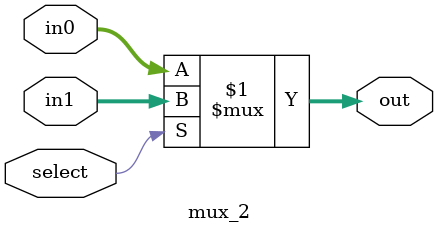
<source format=v>
module mux_2(out, select, in1, in0);
    input select;
    input [31:0]in0, in1;
    output [31:0] out;
    assign out = select ? in1: in0;
endmodule
</source>
